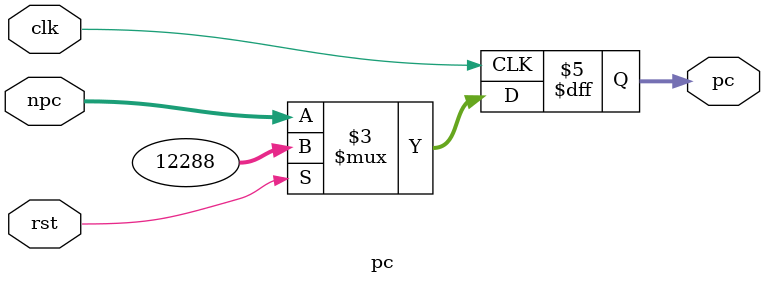
<source format=v>
`timescale 1ns / 1ps


module pc (
    input 		        clk,
	input 		        rst,
	input       [31:0]  npc,
    output reg	[31:0]	pc
	);

	always @ ( posedge clk )
	   begin
	       if (rst)
	           pc <= 32'h00003000;
		   else
		       pc <= npc;
	   end
	   
endmodule


</source>
